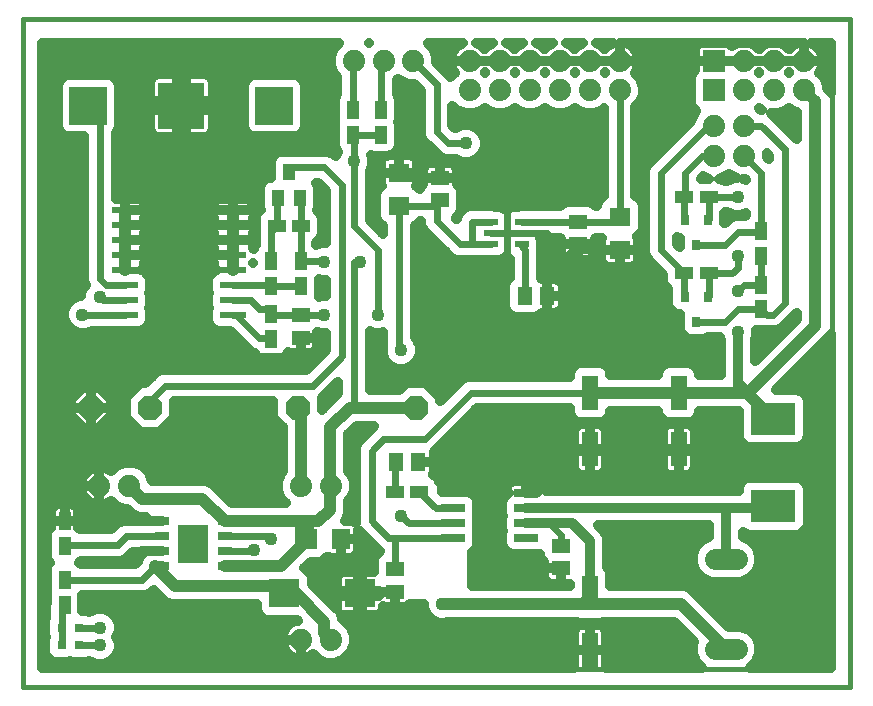
<source format=gtl>
G75*
G70*
%OFA0B0*%
%FSLAX24Y24*%
%IPPOS*%
%LPD*%
%AMOC8*
5,1,8,0,0,1.08239X$1,22.5*
%
%ADD10C,0.0160*%
%ADD11R,0.0591X0.0394*%
%ADD12R,0.0394X0.0591*%
%ADD13R,0.0315X0.0354*%
%ADD14R,0.0472X0.0217*%
%ADD15R,0.0591X0.0512*%
%ADD16R,0.0709X0.0630*%
%ADD17R,0.0512X0.0591*%
%ADD18OC8,0.0827*%
%ADD19R,0.0551X0.1181*%
%ADD20R,0.0740X0.0740*%
%ADD21C,0.0740*%
%ADD22R,0.1560X0.1560*%
%ADD23R,0.1250X0.1250*%
%ADD24R,0.0394X0.0551*%
%ADD25R,0.0500X0.0250*%
%ADD26R,0.1000X0.1250*%
%ADD27R,0.0315X0.0315*%
%ADD28R,0.0630X0.0709*%
%ADD29R,0.0866X0.0236*%
%ADD30R,0.0800X0.0260*%
%ADD31R,0.1496X0.1102*%
%ADD32C,0.0705*%
%ADD33R,0.1024X0.0945*%
%ADD34C,0.0240*%
%ADD35C,0.0400*%
%ADD36C,0.0436*%
%ADD37C,0.0320*%
%ADD38C,0.0157*%
%ADD39OC8,0.1266*%
D10*
X000887Y000585D02*
X000887Y022829D01*
X028446Y022829D01*
X028446Y000585D01*
X000887Y000585D01*
X001477Y001175D02*
X001674Y001175D01*
X001477Y001175D02*
X001477Y006096D01*
X002265Y006096D01*
X002265Y006117D01*
X001477Y006096D02*
X001477Y006884D01*
X002245Y006884D01*
X002245Y006982D01*
X013289Y002159D02*
X013289Y001175D01*
X015848Y001175D02*
X015848Y002159D01*
X019785Y001805D02*
X019785Y001175D01*
X026918Y021994D02*
X026918Y022041D01*
X027855Y022041D01*
D11*
X023742Y016923D03*
X022914Y016923D03*
X022914Y014364D03*
X023742Y014364D03*
X014097Y007081D03*
X013268Y007081D03*
X010160Y015939D03*
X009331Y015939D03*
D12*
X009155Y014778D03*
X009155Y013950D03*
X009155Y013007D03*
X009155Y012178D03*
X010139Y013950D03*
X010139Y014778D03*
X011871Y018989D03*
X012816Y018989D03*
X012816Y019818D03*
X011871Y019818D03*
X025493Y015763D03*
X025493Y014934D03*
X025493Y013991D03*
X025493Y013162D03*
X002265Y006117D03*
X002265Y005288D03*
X002265Y004149D03*
X002265Y003320D03*
D13*
X022954Y013577D03*
X023702Y013577D03*
X023328Y012750D03*
X023328Y015309D03*
X023702Y016136D03*
X022954Y016136D03*
D14*
X017501Y016077D03*
X017501Y015329D03*
X016477Y015329D03*
X016477Y015703D03*
X016477Y016077D03*
D15*
X014777Y016797D03*
X014777Y017545D03*
X019383Y016077D03*
X019383Y015329D03*
X010139Y012966D03*
X010139Y012218D03*
X018800Y005289D03*
X018800Y004541D03*
X013289Y004502D03*
X013289Y003754D03*
D16*
X020777Y015151D03*
X020777Y016254D03*
X013414Y016620D03*
X013414Y017722D03*
D17*
X017615Y013612D03*
X018363Y013612D03*
X014056Y008065D03*
X013308Y008065D03*
D18*
X013970Y009888D03*
X010033Y009888D03*
X005111Y009888D03*
X003143Y009888D03*
D19*
X019785Y010388D03*
X019785Y008498D03*
X022737Y008498D03*
X022737Y010388D03*
X019785Y003695D03*
X019785Y001805D03*
D20*
X023918Y020466D03*
X023918Y021451D03*
D21*
X024918Y021451D03*
X025918Y021451D03*
X026918Y021451D03*
X026918Y020466D03*
X025918Y020466D03*
X024918Y020466D03*
X024903Y019285D03*
X023918Y019285D03*
X023918Y018285D03*
X024903Y018285D03*
X020769Y020466D03*
X019769Y020466D03*
X018769Y020466D03*
X017769Y020466D03*
X016769Y020466D03*
X015769Y020466D03*
X015769Y021451D03*
X016769Y021451D03*
X017769Y021451D03*
X018769Y021451D03*
X019769Y021451D03*
X020769Y021451D03*
X013879Y021451D03*
X012911Y021451D03*
X011911Y021451D03*
X011139Y007277D03*
X010139Y007277D03*
X004430Y007277D03*
X003430Y007277D03*
X010139Y002159D03*
X011139Y002159D03*
D22*
X006163Y019955D03*
D23*
X009263Y019955D03*
X003063Y019955D03*
D24*
X009371Y016884D03*
X010119Y016884D03*
X009745Y017750D03*
D25*
X007606Y006098D03*
X007606Y005598D03*
X007606Y005098D03*
X007606Y004598D03*
X005506Y004598D03*
X005506Y005098D03*
X005506Y005598D03*
X005506Y006098D03*
D26*
X006556Y005348D03*
D27*
X002757Y002553D03*
X002166Y002553D03*
X002166Y001963D03*
X002757Y001963D03*
D28*
X010375Y005506D03*
X011477Y005506D03*
D29*
X007895Y012968D03*
X007895Y013468D03*
X007895Y013968D03*
X007895Y014468D03*
X007895Y014968D03*
X007895Y015468D03*
X007895Y015968D03*
X007895Y016468D03*
X004273Y016468D03*
X004273Y015968D03*
X004273Y015468D03*
X004273Y014968D03*
X004273Y014468D03*
X004273Y013968D03*
X004273Y013468D03*
X004273Y012968D03*
D30*
X015228Y007043D03*
X015228Y006543D03*
X015228Y006043D03*
X015228Y005543D03*
X017648Y005543D03*
X017648Y006043D03*
X017648Y006543D03*
X017648Y007043D03*
D31*
X025887Y006608D03*
X025887Y009522D03*
D32*
X024665Y004840D02*
X023960Y004840D01*
X023960Y001840D02*
X024665Y001840D01*
D33*
X012107Y003695D03*
X009588Y003695D03*
D34*
X008511Y005098D02*
X008564Y005151D01*
X008511Y005098D02*
X007606Y005098D01*
X007606Y005598D02*
X009062Y005598D01*
X009155Y005506D01*
X012501Y006096D02*
X013054Y005543D01*
X013289Y005543D01*
X013289Y004502D01*
X013289Y005543D02*
X015228Y005543D01*
X015228Y006043D02*
X013735Y006043D01*
X013485Y006293D01*
X013268Y007081D02*
X013268Y008025D01*
X013308Y008065D01*
X014056Y008065D02*
X014863Y008065D01*
X014863Y007671D01*
X014863Y008065D02*
X015257Y008459D01*
X016635Y008459D01*
X016438Y007081D02*
X015651Y007081D01*
X015228Y007043D02*
X015098Y007043D01*
X015060Y007081D01*
X015228Y006543D02*
X014634Y006543D01*
X014097Y007081D01*
X012501Y006096D02*
X012501Y008459D01*
X012895Y008852D01*
X014273Y008852D01*
X015808Y010388D01*
X019785Y010388D01*
X018210Y007671D02*
X018407Y007474D01*
X018407Y006043D02*
X018800Y005650D01*
X018800Y005289D01*
X018800Y004541D02*
X016438Y004541D01*
X016438Y007081D01*
X011911Y009888D02*
X011911Y014758D01*
X012107Y014758D01*
X012698Y015151D02*
X012698Y012986D01*
X013414Y011876D02*
X013485Y011805D01*
X013414Y011876D02*
X013414Y016620D01*
X014576Y016620D01*
X014753Y016797D01*
X014777Y016797D01*
X014576Y016620D02*
X014666Y016529D01*
X014666Y016116D01*
X015454Y015329D01*
X015848Y015329D01*
X015848Y016077D01*
X016477Y016077D01*
X017028Y016333D02*
X017026Y016387D01*
X017021Y016440D01*
X017012Y016493D01*
X016999Y016545D01*
X016983Y016597D01*
X016963Y016647D01*
X016940Y016695D01*
X016913Y016742D01*
X016884Y016787D01*
X016851Y016830D01*
X016816Y016870D01*
X016778Y016908D01*
X016738Y016943D01*
X016695Y016976D01*
X016650Y017005D01*
X016603Y017032D01*
X016555Y017055D01*
X016505Y017075D01*
X016453Y017091D01*
X016401Y017104D01*
X016348Y017113D01*
X016295Y017118D01*
X016241Y017120D01*
X017029Y017545D02*
X017029Y016333D01*
X017029Y015703D01*
X017029Y015151D01*
X017501Y015270D02*
X017619Y015151D01*
X017619Y013616D01*
X017615Y013612D01*
X018363Y013612D02*
X018363Y014309D01*
X018363Y015703D01*
X016477Y015703D01*
X017029Y015703D01*
X017501Y016077D02*
X019383Y016077D01*
X020600Y016077D01*
X020777Y016254D01*
X020777Y020459D01*
X020769Y020466D01*
X020769Y021451D02*
X020769Y022041D01*
X023722Y019285D02*
X022147Y017711D01*
X022147Y015131D01*
X022914Y014364D01*
X022914Y013617D01*
X022954Y013577D01*
X023702Y013577D02*
X023742Y013617D01*
X023742Y014364D01*
X024509Y014364D01*
X024706Y014561D01*
X024706Y014955D01*
X024273Y015309D02*
X024706Y015742D01*
X025473Y015742D01*
X025493Y015763D01*
X025493Y017695D01*
X024903Y018285D01*
X023918Y018285D02*
X023509Y018285D01*
X022934Y017711D01*
X022934Y016944D01*
X022914Y016923D01*
X022914Y016176D01*
X022954Y016136D01*
X023702Y016136D02*
X023742Y016176D01*
X023742Y016923D01*
X024706Y016923D01*
X024273Y015309D02*
X023328Y015309D01*
X024706Y013774D02*
X024923Y013991D01*
X025493Y013991D01*
X025493Y014934D01*
X026281Y013380D02*
X025887Y012986D01*
X025669Y012986D01*
X025493Y013162D01*
X025473Y013183D01*
X024706Y013183D01*
X024273Y012750D01*
X023328Y012750D01*
X024706Y010703D02*
X024824Y010703D01*
X025080Y010447D01*
X026281Y013380D02*
X026281Y018498D01*
X025493Y019285D01*
X024903Y019285D01*
X023918Y019285D02*
X023722Y019285D01*
X019560Y015151D02*
X019383Y015329D01*
X018363Y014309D01*
X017501Y015270D02*
X017501Y015329D01*
X016477Y015329D02*
X015848Y015329D01*
X016241Y014364D02*
X016295Y014366D01*
X016348Y014371D01*
X016401Y014380D01*
X016453Y014393D01*
X016505Y014409D01*
X016555Y014429D01*
X016603Y014452D01*
X016650Y014479D01*
X016695Y014508D01*
X016738Y014541D01*
X016778Y014576D01*
X016816Y014614D01*
X016851Y014654D01*
X016884Y014697D01*
X016913Y014742D01*
X016940Y014789D01*
X016963Y014837D01*
X016983Y014887D01*
X016999Y014939D01*
X017012Y014991D01*
X017021Y015044D01*
X017026Y015097D01*
X017028Y015151D01*
X015454Y015329D02*
X015434Y015329D01*
X012698Y015151D02*
X011911Y015939D01*
X011911Y018104D01*
X011911Y018950D01*
X011871Y018989D01*
X012816Y018989D01*
X012816Y019818D02*
X012816Y021451D01*
X012911Y021451D01*
X011911Y021451D02*
X011871Y021411D01*
X011871Y019818D01*
X013879Y021451D02*
X014666Y020663D01*
X014666Y019089D01*
X015060Y018695D01*
X015651Y018695D01*
X014777Y017545D02*
X017029Y017545D01*
X014777Y017545D02*
X013592Y017545D01*
X013414Y017722D01*
X011517Y017317D02*
X011517Y011608D01*
X010533Y010624D01*
X005611Y010624D01*
X005111Y010124D01*
X005111Y009888D01*
X006792Y011608D02*
X006202Y012199D01*
X006202Y014468D01*
X004273Y014468D01*
X004273Y013968D02*
X003645Y013968D01*
X003446Y014167D01*
X003446Y019571D01*
X003063Y019955D01*
X006163Y019955D02*
X006163Y016508D01*
X006202Y016468D01*
X007895Y016468D01*
X009155Y015763D02*
X009331Y015939D01*
X009331Y016843D01*
X009371Y016884D01*
X010119Y016884D02*
X010160Y016843D01*
X010160Y015939D01*
X010139Y015918D01*
X010139Y014778D01*
X010709Y014778D01*
X010926Y014758D01*
X010139Y013950D02*
X009155Y013950D01*
X009155Y013968D01*
X007895Y013968D01*
X007895Y013468D02*
X008476Y013468D01*
X008761Y013183D01*
X008978Y013183D01*
X009155Y013007D01*
X009195Y012966D01*
X010139Y012966D01*
X010355Y012966D01*
X010355Y012986D01*
X010926Y012986D01*
X010139Y012218D02*
X010139Y011805D01*
X009942Y011608D01*
X006792Y011608D01*
X007895Y012968D02*
X007991Y012968D01*
X008761Y012199D01*
X009134Y012199D01*
X009155Y012178D01*
X009155Y014778D02*
X009155Y015763D01*
X009745Y017750D02*
X009903Y017907D01*
X010926Y017907D01*
X011517Y017317D01*
X006202Y016468D02*
X004273Y016468D01*
X003446Y013577D02*
X003554Y013468D01*
X004273Y013468D01*
X004273Y012968D02*
X002873Y012968D01*
X002855Y012986D01*
X004326Y005598D02*
X004037Y005309D01*
X002286Y005309D01*
X002265Y005288D01*
X002265Y004149D02*
X004845Y004149D01*
X005294Y004598D01*
X005506Y005598D02*
X004326Y005598D01*
X002265Y003320D02*
X002166Y003221D01*
X002166Y002553D01*
X002166Y001963D01*
X002757Y001963D02*
X003446Y001963D01*
X003446Y002553D02*
X002757Y002553D01*
X019560Y015151D02*
X020777Y015151D01*
D35*
X019981Y010388D02*
X022737Y010388D01*
X024903Y010388D01*
X025021Y010388D01*
X025887Y009522D01*
X025119Y010447D02*
X025100Y010447D01*
X027265Y012612D01*
X027265Y020120D01*
X025100Y010447D02*
X025080Y010447D01*
X019785Y003695D02*
X019627Y003340D01*
X014863Y003340D01*
X011139Y002159D02*
X010926Y002372D01*
X010926Y002750D01*
X009981Y003695D01*
X009588Y003695D01*
X009155Y003931D01*
X005962Y003931D01*
X005294Y004598D01*
X007606Y004598D02*
X009468Y004598D01*
X010139Y005270D01*
X010139Y006096D01*
X010336Y006096D01*
X010375Y006057D01*
X010375Y005506D01*
X010336Y006096D02*
X010729Y006096D01*
X011123Y006490D01*
X011123Y006868D01*
X011123Y006900D02*
X011139Y007277D01*
X011123Y006900D02*
X011123Y009246D01*
X011765Y009888D01*
X011911Y009888D01*
X013970Y009888D01*
X010139Y009781D02*
X010139Y007277D01*
X010139Y006096D02*
X008170Y006096D01*
X007608Y006096D01*
X007606Y006098D01*
X006860Y006844D01*
X004863Y006844D01*
X004430Y007277D01*
X010033Y009888D02*
X010139Y009781D01*
X007895Y014468D02*
X007895Y014968D01*
X007895Y015468D01*
X007895Y015968D01*
X007895Y016468D01*
X004273Y016468D02*
X004273Y015968D01*
X004273Y015468D01*
X004273Y014968D01*
X004273Y014468D01*
X019785Y003340D02*
X022812Y003340D01*
X024312Y001840D01*
D36*
X023918Y007671D03*
X021359Y007671D03*
X018210Y007671D03*
X014863Y007671D03*
X013485Y006293D03*
X012304Y005309D03*
X014863Y003340D03*
X015848Y002159D03*
X012304Y002159D03*
X008564Y005151D03*
X009155Y005506D03*
X006399Y008852D03*
X002265Y007277D03*
X004627Y004915D03*
X003446Y002553D03*
X003446Y001963D03*
X013485Y011805D03*
X012698Y012986D03*
X010926Y012986D03*
X010926Y014758D03*
X012107Y014758D03*
X011911Y018104D03*
X013879Y018695D03*
X015651Y018695D03*
X016241Y017120D03*
X016241Y014364D03*
X024706Y013774D03*
X024706Y014955D03*
X024706Y016923D03*
X024706Y012396D03*
X022737Y021648D03*
X004233Y017317D03*
X003446Y013577D03*
X002855Y012986D03*
D37*
X002310Y012689D02*
X001527Y012689D01*
X001527Y013008D02*
X002238Y013008D01*
X002238Y013109D02*
X002238Y012863D01*
X002332Y012636D01*
X002505Y012462D01*
X002733Y012368D01*
X002978Y012368D01*
X003172Y012448D01*
X004376Y012448D01*
X004381Y012450D01*
X004785Y012450D01*
X004932Y012511D01*
X005045Y012624D01*
X005106Y012771D01*
X005106Y013166D01*
X005084Y013218D01*
X005106Y013271D01*
X005106Y013666D01*
X005084Y013718D01*
X005106Y013771D01*
X005106Y014166D01*
X005045Y014313D01*
X004966Y014392D01*
X004966Y014468D01*
X004830Y014468D01*
X004829Y014469D01*
X004966Y014469D01*
X004966Y014612D01*
X004956Y014662D01*
X004936Y014710D01*
X004930Y014718D01*
X004936Y014727D01*
X004956Y014774D01*
X004966Y014825D01*
X004966Y014968D01*
X004273Y014968D01*
X004273Y014846D01*
X004273Y014488D01*
X004273Y014488D01*
X004273Y014590D01*
X004273Y014968D01*
X004273Y014968D01*
X004273Y014969D01*
X004273Y014969D01*
X004273Y015090D01*
X004273Y015468D01*
X004273Y015468D01*
X004273Y015469D01*
X004273Y015469D01*
X004273Y015846D01*
X004273Y015968D01*
X004273Y015968D01*
X004273Y015969D01*
X004273Y015969D01*
X004273Y016090D01*
X004273Y016468D01*
X004273Y016468D01*
X004273Y016469D01*
X004273Y016469D01*
X004273Y016846D01*
X004731Y016846D01*
X004782Y016836D01*
X004829Y016817D01*
X004872Y016788D01*
X004908Y016752D01*
X004936Y016710D01*
X004956Y016662D01*
X004966Y016612D01*
X004966Y016469D01*
X004273Y016469D01*
X004273Y016846D01*
X003966Y016846D01*
X003966Y019042D01*
X004027Y019103D01*
X004087Y019250D01*
X004087Y020659D01*
X004027Y020806D01*
X003914Y020919D01*
X003767Y020980D01*
X002358Y020980D01*
X002211Y020919D01*
X002098Y020806D01*
X002038Y020659D01*
X002038Y019250D01*
X002098Y019103D01*
X002211Y018991D01*
X002358Y018930D01*
X002926Y018930D01*
X002926Y014064D01*
X002965Y013969D01*
X002922Y013927D01*
X002828Y013700D01*
X002828Y013604D01*
X002733Y013604D01*
X002505Y013510D01*
X002332Y013336D01*
X002238Y013109D01*
X002328Y013326D02*
X001527Y013326D01*
X001527Y013645D02*
X002828Y013645D01*
X002959Y013963D02*
X001527Y013963D01*
X001527Y014282D02*
X002926Y014282D01*
X002926Y014600D02*
X001527Y014600D01*
X001527Y014919D02*
X002926Y014919D01*
X002926Y015238D02*
X001527Y015238D01*
X001527Y015556D02*
X002926Y015556D01*
X002926Y015875D02*
X001527Y015875D01*
X001527Y016193D02*
X002926Y016193D01*
X002926Y016512D02*
X001527Y016512D01*
X001527Y016830D02*
X002926Y016830D01*
X002926Y017149D02*
X001527Y017149D01*
X001527Y017467D02*
X002926Y017467D01*
X002926Y017786D02*
X001527Y017786D01*
X001527Y018104D02*
X002926Y018104D01*
X002926Y018423D02*
X001527Y018423D01*
X001527Y018742D02*
X002926Y018742D01*
X002141Y019060D02*
X001527Y019060D01*
X001527Y019379D02*
X002038Y019379D01*
X002038Y019697D02*
X001527Y019697D01*
X001527Y020016D02*
X002038Y020016D01*
X002038Y020334D02*
X001527Y020334D01*
X001527Y020653D02*
X002038Y020653D01*
X002338Y020971D02*
X001527Y020971D01*
X001527Y021290D02*
X011144Y021290D01*
X011141Y021298D02*
X011258Y021015D01*
X011351Y020921D01*
X011351Y020356D01*
X011335Y020340D01*
X011274Y020193D01*
X011274Y019443D01*
X011291Y019403D01*
X011274Y019364D01*
X011274Y018614D01*
X011335Y018467D01*
X011376Y018427D01*
X011307Y018262D01*
X011221Y018348D01*
X011030Y018427D01*
X010823Y018427D01*
X010006Y018427D01*
X009799Y018427D01*
X009795Y018425D01*
X009469Y018425D01*
X009322Y018365D01*
X009209Y018252D01*
X009148Y018105D01*
X009148Y017559D01*
X009095Y017559D01*
X008948Y017498D01*
X008835Y017386D01*
X008774Y017239D01*
X008774Y016529D01*
X008800Y016466D01*
X008696Y016362D01*
X008636Y016215D01*
X008636Y015868D01*
X008635Y015866D01*
X008635Y015659D01*
X008635Y015316D01*
X008619Y015300D01*
X008570Y015182D01*
X008558Y015210D01*
X008552Y015218D01*
X008558Y015227D01*
X008578Y015274D01*
X008588Y015325D01*
X008588Y015468D01*
X007895Y015468D01*
X007895Y015346D01*
X007895Y014969D01*
X007895Y014969D01*
X007895Y015346D01*
X007895Y015468D01*
X007895Y015468D01*
X007895Y015469D01*
X007895Y015469D01*
X007895Y015590D01*
X007895Y015968D01*
X007895Y015968D01*
X007895Y015969D01*
X007895Y015969D01*
X007895Y016090D01*
X007895Y016468D01*
X007895Y016468D01*
X007895Y016469D01*
X007895Y016469D01*
X007895Y016846D01*
X008353Y016846D01*
X008404Y016836D01*
X008451Y016817D01*
X008494Y016788D01*
X008530Y016752D01*
X008558Y016710D01*
X008578Y016662D01*
X008588Y016612D01*
X008588Y016469D01*
X007895Y016469D01*
X007895Y016846D01*
X007436Y016846D01*
X007386Y016836D01*
X007339Y016817D01*
X007296Y016788D01*
X007260Y016752D01*
X007231Y016710D01*
X007212Y016662D01*
X007202Y016612D01*
X007202Y016469D01*
X007894Y016469D01*
X007894Y016468D01*
X007202Y016468D01*
X007202Y016325D01*
X007212Y016274D01*
X007231Y016227D01*
X007237Y016218D01*
X007231Y016210D01*
X007212Y016162D01*
X007202Y016112D01*
X007202Y015969D01*
X007894Y015969D01*
X007894Y015968D01*
X007202Y015968D01*
X007202Y015825D01*
X007212Y015774D01*
X007231Y015727D01*
X007237Y015718D01*
X007231Y015710D01*
X007212Y015662D01*
X007202Y015612D01*
X007202Y015469D01*
X007894Y015469D01*
X007894Y015468D01*
X007202Y015468D01*
X007202Y015325D01*
X007212Y015274D01*
X007231Y015227D01*
X007237Y015218D01*
X007231Y015210D01*
X007212Y015162D01*
X007202Y015112D01*
X007202Y014969D01*
X007894Y014969D01*
X007894Y014968D01*
X007202Y014968D01*
X007202Y014825D01*
X007212Y014774D01*
X007231Y014727D01*
X007237Y014718D01*
X007231Y014710D01*
X007212Y014662D01*
X007202Y014612D01*
X007202Y014469D01*
X007339Y014469D01*
X007338Y014468D01*
X007202Y014468D01*
X007202Y014392D01*
X007123Y014313D01*
X007062Y014166D01*
X007062Y013771D01*
X007083Y013718D01*
X007062Y013666D01*
X007062Y013271D01*
X007083Y013218D01*
X007062Y013166D01*
X007062Y012771D01*
X007123Y012624D01*
X007235Y012511D01*
X007382Y012450D01*
X007774Y012450D01*
X008320Y011904D01*
X008466Y011758D01*
X008599Y011703D01*
X008619Y011656D01*
X008731Y011544D01*
X008878Y011483D01*
X009431Y011483D01*
X009578Y011544D01*
X009691Y011656D01*
X009722Y011732D01*
X009768Y011713D01*
X009818Y011703D01*
X010139Y011703D01*
X010460Y011703D01*
X010510Y011713D01*
X010557Y011732D01*
X010600Y011761D01*
X010636Y011797D01*
X010665Y011839D01*
X010684Y011887D01*
X010694Y011937D01*
X010694Y012218D01*
X010139Y012218D01*
X010139Y011703D01*
X010139Y012218D01*
X010139Y012218D01*
X010139Y012219D01*
X010694Y012219D01*
X010694Y012405D01*
X010700Y012411D01*
X010803Y012368D01*
X010997Y012368D01*
X010997Y011824D01*
X010317Y011144D01*
X005508Y011144D01*
X005317Y011065D01*
X005171Y010918D01*
X004953Y010701D01*
X004774Y010701D01*
X004298Y010225D01*
X004298Y009551D01*
X004774Y009074D01*
X005448Y009074D01*
X005925Y009551D01*
X005925Y010104D01*
X009219Y010104D01*
X009219Y009551D01*
X009539Y009231D01*
X009539Y007766D01*
X009486Y007714D01*
X009369Y007431D01*
X009369Y007124D01*
X009486Y006841D01*
X009631Y006696D01*
X008051Y006696D01*
X007857Y006696D01*
X007200Y007353D01*
X006979Y007444D01*
X006741Y007444D01*
X005194Y007444D01*
X005083Y007714D01*
X004866Y007930D01*
X004583Y008047D01*
X004277Y008047D01*
X003994Y007930D01*
X003830Y007766D01*
X003760Y007816D01*
X003672Y007861D01*
X003578Y007892D01*
X003480Y007907D01*
X003430Y007907D01*
X003381Y007907D01*
X003283Y007892D01*
X003188Y007861D01*
X003100Y007816D01*
X003020Y007758D01*
X002950Y007688D01*
X002891Y007608D01*
X002846Y007519D01*
X002816Y007425D01*
X002800Y007327D01*
X002800Y007278D01*
X003430Y007278D01*
X003430Y007907D01*
X003430Y007278D01*
X003430Y007278D01*
X003430Y007277D01*
X003430Y007277D01*
X003430Y006647D01*
X003381Y006647D01*
X003283Y006663D01*
X003188Y006694D01*
X003100Y006739D01*
X003020Y006797D01*
X002950Y006867D01*
X002891Y006947D01*
X002846Y007036D01*
X002816Y007130D01*
X002800Y007228D01*
X002800Y007277D01*
X003430Y007277D01*
X003430Y006647D01*
X003480Y006647D01*
X003578Y006663D01*
X003672Y006694D01*
X003760Y006739D01*
X003830Y006789D01*
X003994Y006625D01*
X004277Y006507D01*
X004352Y006507D01*
X004355Y006505D01*
X004523Y006336D01*
X004744Y006244D01*
X004996Y006244D01*
X004996Y006118D01*
X004429Y006118D01*
X004222Y006118D01*
X004031Y006039D01*
X003821Y005829D01*
X002782Y005829D01*
X002722Y005889D01*
X002722Y006117D01*
X002722Y006438D01*
X002712Y006488D01*
X002692Y006535D01*
X002664Y006578D01*
X002627Y006614D01*
X002585Y006643D01*
X002538Y006662D01*
X002487Y006672D01*
X002265Y006672D01*
X002265Y006117D01*
X005488Y006117D01*
X005506Y006098D01*
X004565Y006318D02*
X002722Y006318D01*
X002722Y006117D02*
X002265Y006117D01*
X002265Y006117D01*
X002722Y006117D01*
X002722Y006000D02*
X003992Y006000D01*
X003982Y006637D02*
X002594Y006637D01*
X002265Y006637D02*
X002265Y006637D01*
X002265Y006672D02*
X002042Y006672D01*
X001992Y006662D01*
X001945Y006643D01*
X001902Y006614D01*
X001866Y006578D01*
X001838Y006535D01*
X001818Y006488D01*
X001808Y006438D01*
X001808Y006117D01*
X001808Y005889D01*
X001729Y005810D01*
X001668Y005663D01*
X001668Y004913D01*
X001729Y004766D01*
X001777Y004718D01*
X001729Y004670D01*
X001668Y004523D01*
X001668Y003774D01*
X001684Y003734D01*
X001668Y003695D01*
X001668Y003377D01*
X001646Y003325D01*
X001646Y002881D01*
X001609Y002790D01*
X001609Y002316D01*
X001633Y002258D01*
X001609Y002200D01*
X001609Y001725D01*
X001670Y001578D01*
X001782Y001466D01*
X001929Y001405D01*
X002404Y001405D01*
X002462Y001429D01*
X002520Y001405D01*
X002994Y001405D01*
X003085Y001443D01*
X003092Y001443D01*
X003096Y001439D01*
X003323Y001345D01*
X003569Y001345D01*
X003796Y001439D01*
X003970Y001613D01*
X004064Y001840D01*
X004064Y002085D01*
X003992Y002258D01*
X004064Y002430D01*
X004064Y002676D01*
X003970Y002903D01*
X003796Y003077D01*
X003569Y003171D01*
X003323Y003171D01*
X003096Y003077D01*
X003092Y003073D01*
X003084Y003073D01*
X002994Y003111D01*
X002862Y003111D01*
X002862Y003629D01*
X004741Y003629D01*
X004948Y003629D01*
X005139Y003708D01*
X005238Y003806D01*
X005622Y003422D01*
X005842Y003331D01*
X006081Y003331D01*
X008676Y003331D01*
X008676Y003143D01*
X008737Y002996D01*
X008849Y002883D01*
X008996Y002822D01*
X010005Y002822D01*
X010045Y002782D01*
X009991Y002774D01*
X009897Y002743D01*
X009809Y002698D01*
X009728Y002640D01*
X009658Y002570D01*
X009600Y002490D01*
X009555Y002401D01*
X009524Y002307D01*
X009509Y002209D01*
X009509Y002160D01*
X010138Y002160D01*
X010138Y002159D01*
X009509Y002159D01*
X009509Y002110D01*
X009524Y002012D01*
X009555Y001918D01*
X009600Y001829D01*
X009658Y001749D01*
X009728Y001679D01*
X009809Y001621D01*
X009897Y001576D01*
X009991Y001545D01*
X010089Y001529D01*
X010139Y001529D01*
X010188Y001529D01*
X010286Y001545D01*
X010381Y001576D01*
X010469Y001621D01*
X010538Y001671D01*
X010703Y001507D01*
X010986Y001389D01*
X011292Y001389D01*
X011575Y001507D01*
X011792Y001723D01*
X011909Y002006D01*
X011909Y002313D01*
X011792Y002596D01*
X011575Y002812D01*
X011526Y002832D01*
X011526Y002869D01*
X011476Y002990D01*
X011520Y002972D01*
X011570Y002962D01*
X012031Y002962D01*
X012031Y003618D01*
X012184Y003618D01*
X012184Y002962D01*
X012645Y002962D01*
X012695Y002972D01*
X012742Y002992D01*
X012785Y003020D01*
X012821Y003057D01*
X012850Y003099D01*
X012869Y003146D01*
X012879Y003197D01*
X012879Y003264D01*
X012917Y003248D01*
X012968Y003238D01*
X013288Y003238D01*
X013288Y003640D01*
X013289Y003639D01*
X013289Y003238D01*
X013609Y003238D01*
X013660Y003248D01*
X013707Y003268D01*
X013749Y003296D01*
X013786Y003332D01*
X013787Y003334D01*
X014246Y003334D01*
X014246Y003218D01*
X014340Y002991D01*
X014513Y002817D01*
X014740Y002723D01*
X014986Y002723D01*
X015029Y002740D01*
X019342Y002740D01*
X019429Y002704D01*
X020140Y002704D01*
X020227Y002740D01*
X022564Y002740D01*
X023238Y002066D01*
X023207Y001990D01*
X023207Y001691D01*
X023322Y001414D01*
X023511Y001225D01*
X020320Y001225D01*
X020320Y001805D01*
X020320Y002421D01*
X020310Y002471D01*
X020291Y002519D01*
X020262Y002561D01*
X020226Y002598D01*
X020183Y002626D01*
X020136Y002646D01*
X020086Y002656D01*
X019785Y002656D01*
X019785Y001805D01*
X020320Y001805D01*
X019785Y001805D01*
X019785Y001805D01*
X019784Y001805D01*
X019249Y001805D01*
X019249Y001225D01*
X001527Y001225D01*
X001527Y022041D01*
X011412Y022041D01*
X011258Y021887D01*
X011141Y021604D01*
X011141Y021298D01*
X011142Y021608D02*
X001527Y021608D01*
X001527Y021927D02*
X011298Y021927D01*
X011301Y020971D02*
X009987Y020971D01*
X009967Y020980D02*
X008558Y020980D01*
X008411Y020919D01*
X008298Y020806D01*
X008238Y020659D01*
X008238Y019250D01*
X008298Y019103D01*
X008411Y018991D01*
X008558Y018930D01*
X009967Y018930D01*
X010114Y018991D01*
X010227Y019103D01*
X010287Y019250D01*
X010287Y020659D01*
X010227Y020806D01*
X010114Y020919D01*
X009967Y020980D01*
X010287Y020653D02*
X011351Y020653D01*
X011333Y020334D02*
X010287Y020334D01*
X010287Y020016D02*
X011274Y020016D01*
X011274Y019697D02*
X010287Y019697D01*
X010287Y019379D02*
X011280Y019379D01*
X011274Y019060D02*
X010184Y019060D01*
X009463Y018423D02*
X003966Y018423D01*
X003966Y018742D02*
X011274Y018742D01*
X011374Y018423D02*
X011040Y018423D01*
X010711Y017387D02*
X010997Y017101D01*
X010997Y015376D01*
X010803Y015376D01*
X010659Y015316D01*
X010659Y015316D01*
X010659Y015394D01*
X010681Y015403D01*
X010794Y015515D01*
X010855Y015662D01*
X010855Y016215D01*
X010794Y016362D01*
X010690Y016466D01*
X010716Y016529D01*
X010716Y017239D01*
X010655Y017386D01*
X010654Y017387D01*
X010711Y017387D01*
X010716Y017149D02*
X010949Y017149D01*
X010997Y016830D02*
X010716Y016830D01*
X010709Y016512D02*
X010997Y016512D01*
X010997Y016193D02*
X010855Y016193D01*
X010855Y015875D02*
X010997Y015875D01*
X010997Y015556D02*
X010811Y015556D01*
X010736Y014168D02*
X010803Y014140D01*
X010997Y014140D01*
X010997Y013604D01*
X010803Y013604D01*
X010736Y013576D01*
X010736Y014168D01*
X010736Y013963D02*
X010997Y013963D01*
X010997Y013645D02*
X010736Y013645D01*
X010694Y012371D02*
X010798Y012371D01*
X010694Y012052D02*
X010997Y012052D01*
X010907Y011734D02*
X010560Y011734D01*
X010139Y011734D02*
X010139Y011734D01*
X010139Y012052D02*
X010139Y012052D01*
X010588Y011415D02*
X001527Y011415D01*
X001527Y011096D02*
X005393Y011096D01*
X005030Y010778D02*
X001527Y010778D01*
X001527Y010459D02*
X002762Y010459D01*
X002864Y010561D02*
X002469Y010167D01*
X002469Y009888D01*
X003142Y009888D01*
X003142Y009887D01*
X002469Y009887D01*
X002469Y009609D01*
X002864Y009214D01*
X003143Y009214D01*
X003422Y009214D01*
X003816Y009609D01*
X003816Y009887D01*
X003143Y009887D01*
X003143Y009214D01*
X003143Y009887D01*
X003143Y009887D01*
X003143Y009888D01*
X003143Y009888D01*
X003143Y010561D01*
X003422Y010561D01*
X003816Y010167D01*
X003816Y009888D01*
X003143Y009888D01*
X003143Y010561D01*
X002864Y010561D01*
X003143Y010459D02*
X003143Y010459D01*
X003143Y010141D02*
X003143Y010141D01*
X003143Y009822D02*
X003143Y009822D01*
X003143Y009504D02*
X003143Y009504D01*
X003711Y009504D02*
X004345Y009504D01*
X004298Y009822D02*
X003816Y009822D01*
X003816Y010141D02*
X004298Y010141D01*
X004533Y010459D02*
X003523Y010459D01*
X002469Y010141D02*
X001527Y010141D01*
X001527Y009822D02*
X002469Y009822D01*
X002574Y009504D02*
X001527Y009504D01*
X001527Y009185D02*
X004664Y009185D01*
X005559Y009185D02*
X009539Y009185D01*
X009539Y008867D02*
X001527Y008867D01*
X001527Y008548D02*
X009539Y008548D01*
X009539Y008230D02*
X001527Y008230D01*
X001527Y007911D02*
X003975Y007911D01*
X003430Y007593D02*
X003430Y007593D01*
X002884Y007593D02*
X001527Y007593D01*
X001527Y007274D02*
X002800Y007274D01*
X002887Y006955D02*
X001527Y006955D01*
X001527Y006637D02*
X001936Y006637D01*
X002265Y006672D02*
X002265Y006117D01*
X002265Y005984D01*
X002265Y005984D01*
X002265Y006117D01*
X002265Y006117D01*
X002265Y006117D01*
X002264Y006117D02*
X001808Y006117D01*
X002264Y006117D01*
X002264Y006117D01*
X002265Y006000D02*
X002265Y006000D01*
X002265Y006318D02*
X002265Y006318D01*
X001808Y006318D02*
X001527Y006318D01*
X001527Y006000D02*
X001808Y006000D01*
X001676Y005681D02*
X001527Y005681D01*
X001527Y005363D02*
X001668Y005363D01*
X001668Y005044D02*
X001527Y005044D01*
X001527Y004726D02*
X001770Y004726D01*
X001668Y004407D02*
X001527Y004407D01*
X001527Y004089D02*
X001668Y004089D01*
X001670Y003770D02*
X001527Y003770D01*
X001527Y003451D02*
X001668Y003451D01*
X001646Y003133D02*
X001527Y003133D01*
X001527Y002814D02*
X001619Y002814D01*
X001609Y002496D02*
X001527Y002496D01*
X001527Y002177D02*
X001609Y002177D01*
X001609Y001859D02*
X001527Y001859D01*
X001527Y001540D02*
X001708Y001540D01*
X002862Y003133D02*
X003232Y003133D01*
X003660Y003133D02*
X008680Y003133D01*
X009605Y002496D02*
X004064Y002496D01*
X004026Y002177D02*
X009509Y002177D01*
X009585Y001859D02*
X004064Y001859D01*
X003897Y001540D02*
X010021Y001540D01*
X010139Y001540D02*
X010139Y001540D01*
X010139Y001529D02*
X010139Y002159D01*
X010139Y002159D01*
X010139Y001529D01*
X010257Y001540D02*
X010669Y001540D01*
X010139Y001859D02*
X010139Y001859D01*
X010013Y002814D02*
X004006Y002814D01*
X002862Y003451D02*
X005593Y003451D01*
X005274Y003770D02*
X005201Y003770D01*
X005294Y004598D02*
X005506Y004598D01*
X005506Y005098D02*
X004838Y005098D01*
X004627Y004915D01*
X004786Y004938D02*
X004706Y004745D01*
X004629Y004669D01*
X002802Y004669D01*
X002801Y004670D01*
X002753Y004718D01*
X002801Y004766D01*
X002810Y004789D01*
X004140Y004789D01*
X004331Y004868D01*
X004477Y005014D01*
X004541Y005078D01*
X004926Y005078D01*
X004786Y004938D01*
X004892Y005044D02*
X004507Y005044D01*
X004686Y004726D02*
X002760Y004726D01*
X003430Y006955D02*
X003430Y006955D01*
X003430Y007274D02*
X003430Y007274D01*
X004886Y007911D02*
X009539Y007911D01*
X009436Y007593D02*
X005133Y007593D01*
X005878Y009504D02*
X009266Y009504D01*
X009219Y009822D02*
X005925Y009822D01*
X008525Y011734D02*
X001527Y011734D01*
X001527Y012052D02*
X008172Y012052D01*
X007854Y012371D02*
X002984Y012371D01*
X002727Y012371D02*
X001527Y012371D01*
X004273Y014600D02*
X004273Y014600D01*
X004273Y014919D02*
X004273Y014919D01*
X004273Y014969D02*
X004966Y014969D01*
X004966Y015112D01*
X004956Y015162D01*
X004936Y015210D01*
X004930Y015218D01*
X004936Y015227D01*
X004956Y015274D01*
X004966Y015325D01*
X004966Y015468D01*
X004273Y015468D01*
X004273Y015090D01*
X004273Y014969D01*
X004273Y015238D02*
X004273Y015238D01*
X004273Y015469D02*
X004966Y015469D01*
X004966Y015612D01*
X004956Y015662D01*
X004936Y015710D01*
X004930Y015718D01*
X004936Y015727D01*
X004956Y015774D01*
X004966Y015825D01*
X004966Y015968D01*
X004273Y015968D01*
X004273Y015846D01*
X004273Y015469D01*
X004273Y015556D02*
X004273Y015556D01*
X004273Y015875D02*
X004273Y015875D01*
X004273Y015969D02*
X004966Y015969D01*
X004966Y016112D01*
X004956Y016162D01*
X004936Y016210D01*
X004930Y016218D01*
X004936Y016227D01*
X004956Y016274D01*
X004966Y016325D01*
X004966Y016468D01*
X004273Y016468D01*
X004273Y016090D01*
X004273Y015969D01*
X004273Y016193D02*
X004273Y016193D01*
X004273Y016512D02*
X004273Y016512D01*
X004273Y016830D02*
X004273Y016830D01*
X003966Y017149D02*
X008774Y017149D01*
X008774Y016830D02*
X008419Y016830D01*
X008588Y016512D02*
X008781Y016512D01*
X008588Y016468D02*
X008588Y016325D01*
X008578Y016274D01*
X008558Y016227D01*
X008552Y016218D01*
X008558Y016210D01*
X008578Y016162D01*
X008588Y016112D01*
X008588Y015969D01*
X007895Y015969D01*
X007895Y016090D01*
X007895Y016468D01*
X008588Y016468D01*
X008565Y016193D02*
X008636Y016193D01*
X008588Y015968D02*
X007895Y015968D01*
X007895Y015846D01*
X007895Y015469D01*
X008588Y015469D01*
X008588Y015612D01*
X008578Y015662D01*
X008558Y015710D01*
X008552Y015718D01*
X008558Y015727D01*
X008578Y015774D01*
X008588Y015825D01*
X008588Y015968D01*
X008588Y015875D02*
X008636Y015875D01*
X008635Y015556D02*
X008588Y015556D01*
X008563Y015238D02*
X008593Y015238D01*
X008558Y014726D02*
X008558Y014710D01*
X008552Y014718D01*
X008558Y014726D01*
X007895Y014600D02*
X007895Y014600D01*
X007895Y014590D02*
X007895Y014968D01*
X007895Y014968D01*
X007895Y014590D01*
X007895Y014488D01*
X007895Y014488D01*
X007895Y014590D01*
X007895Y014919D02*
X007895Y014919D01*
X007895Y015238D02*
X007895Y015238D01*
X007895Y015556D02*
X007895Y015556D01*
X007895Y015875D02*
X007895Y015875D01*
X007895Y016193D02*
X007895Y016193D01*
X007895Y016512D02*
X007895Y016512D01*
X007895Y016830D02*
X007895Y016830D01*
X007371Y016830D02*
X004797Y016830D01*
X004966Y016512D02*
X007202Y016512D01*
X007224Y016193D02*
X004943Y016193D01*
X004966Y015875D02*
X007202Y015875D01*
X007202Y015556D02*
X004966Y015556D01*
X004941Y015238D02*
X007227Y015238D01*
X007202Y014919D02*
X004966Y014919D01*
X004966Y014600D02*
X007202Y014600D01*
X007110Y014282D02*
X005058Y014282D01*
X005106Y013963D02*
X007062Y013963D01*
X007062Y013645D02*
X005106Y013645D01*
X005106Y013326D02*
X007062Y013326D01*
X007062Y013008D02*
X005106Y013008D01*
X005072Y012689D02*
X007095Y012689D01*
X010846Y010202D02*
X010846Y009817D01*
X011391Y010362D01*
X011391Y010747D01*
X010973Y010329D01*
X010973Y010329D01*
X010846Y010202D01*
X010846Y010141D02*
X011170Y010141D01*
X011103Y010459D02*
X011391Y010459D01*
X010851Y009822D02*
X010846Y009822D01*
X011723Y008997D02*
X012013Y009288D01*
X012595Y009288D01*
X012060Y008753D01*
X011981Y008562D01*
X011981Y008355D01*
X011981Y006200D01*
X011981Y006039D01*
X011958Y006062D01*
X011916Y006091D01*
X011868Y006110D01*
X011818Y006120D01*
X011602Y006120D01*
X011632Y006150D01*
X011723Y006371D01*
X011723Y006609D01*
X011723Y006773D01*
X011792Y006841D01*
X011909Y007124D01*
X011909Y007431D01*
X011792Y007714D01*
X011723Y007782D01*
X011723Y008997D01*
X011723Y008867D02*
X012174Y008867D01*
X011981Y008548D02*
X011723Y008548D01*
X011723Y008230D02*
X011981Y008230D01*
X011981Y007911D02*
X011723Y007911D01*
X011842Y007593D02*
X011981Y007593D01*
X011981Y007274D02*
X011909Y007274D01*
X011839Y006955D02*
X011981Y006955D01*
X011981Y006637D02*
X011723Y006637D01*
X011701Y006318D02*
X011981Y006318D01*
X012052Y005821D02*
X012060Y005802D01*
X012613Y005249D01*
X012613Y005249D01*
X012760Y005102D01*
X012769Y005099D01*
X012769Y005098D01*
X012767Y005097D01*
X012654Y004984D01*
X012593Y004837D01*
X012593Y004427D01*
X012184Y004427D01*
X012184Y003771D01*
X012733Y003771D01*
X012733Y003754D01*
X013282Y003754D01*
X013282Y003754D01*
X012733Y003754D01*
X012733Y003619D01*
X012184Y003619D01*
X012184Y003771D01*
X012031Y003771D01*
X012031Y003619D01*
X011336Y003619D01*
X011336Y003197D01*
X011338Y003187D01*
X011266Y003259D01*
X010499Y004025D01*
X010499Y004247D01*
X010439Y004394D01*
X010326Y004506D01*
X010254Y004536D01*
X010469Y004751D01*
X010770Y004751D01*
X010917Y004812D01*
X011029Y004925D01*
X011030Y004927D01*
X011039Y004921D01*
X011087Y004901D01*
X011137Y004891D01*
X011477Y004891D01*
X011477Y005505D01*
X011478Y005505D01*
X011478Y004891D01*
X011818Y004891D01*
X011868Y004901D01*
X011916Y004921D01*
X011958Y004950D01*
X011994Y004986D01*
X012023Y005028D01*
X012042Y005076D01*
X012052Y005126D01*
X012052Y005506D01*
X012052Y005821D01*
X012052Y005681D02*
X012181Y005681D01*
X012052Y005506D02*
X011478Y005506D01*
X011478Y005506D01*
X012052Y005506D01*
X012052Y005363D02*
X012499Y005363D01*
X012714Y005044D02*
X012029Y005044D01*
X011478Y005044D02*
X011477Y005044D01*
X011477Y005363D02*
X011478Y005363D01*
X010443Y004726D02*
X012593Y004726D01*
X012184Y004407D02*
X012031Y004407D01*
X012031Y004427D02*
X011570Y004427D01*
X011520Y004417D01*
X011472Y004398D01*
X011430Y004369D01*
X011394Y004333D01*
X011365Y004290D01*
X011346Y004243D01*
X011336Y004193D01*
X011336Y003771D01*
X012031Y003771D01*
X012031Y004427D01*
X012031Y004089D02*
X012184Y004089D01*
X012184Y003770D02*
X012733Y003770D01*
X013289Y003754D02*
X013289Y002159D01*
X012304Y002159D01*
X011909Y002177D02*
X019249Y002177D01*
X019249Y002421D02*
X019249Y001805D01*
X019784Y001805D01*
X019784Y001805D01*
X019784Y002656D01*
X019483Y002656D01*
X019433Y002646D01*
X019386Y002626D01*
X019343Y002598D01*
X019307Y002561D01*
X019279Y002519D01*
X019259Y002471D01*
X019249Y002421D01*
X019269Y002496D02*
X011833Y002496D01*
X011570Y002814D02*
X014519Y002814D01*
X014281Y003133D02*
X012864Y003133D01*
X013288Y003451D02*
X013289Y003451D01*
X012184Y003451D02*
X012031Y003451D01*
X012031Y003133D02*
X012184Y003133D01*
X012031Y003770D02*
X010755Y003770D01*
X010499Y004089D02*
X011336Y004089D01*
X011495Y004407D02*
X010425Y004407D01*
X011073Y003451D02*
X011336Y003451D01*
X011266Y003259D02*
X011266Y003259D01*
X011848Y001859D02*
X019249Y001859D01*
X019249Y001540D02*
X011609Y001540D01*
X015854Y003940D02*
X015854Y005074D01*
X015855Y005074D01*
X015967Y005187D01*
X016028Y005334D01*
X016028Y005753D01*
X016011Y005793D01*
X016028Y005834D01*
X016028Y006253D01*
X016011Y006293D01*
X016028Y006334D01*
X016028Y006753D01*
X015967Y006900D01*
X015888Y006979D01*
X015888Y007043D01*
X015781Y007043D01*
X015780Y007043D01*
X015888Y007043D01*
X015888Y007199D01*
X015878Y007249D01*
X015859Y007296D01*
X015830Y007339D01*
X015794Y007375D01*
X015751Y007404D01*
X015704Y007423D01*
X015654Y007433D01*
X015228Y007433D01*
X014802Y007433D01*
X014763Y007425D01*
X014731Y007504D01*
X014618Y007617D01*
X014543Y007648D01*
X014562Y007694D01*
X014572Y007744D01*
X014572Y008065D01*
X014572Y008386D01*
X014567Y008411D01*
X014567Y008411D01*
X014714Y008558D01*
X016024Y009868D01*
X019109Y009868D01*
X019109Y009718D01*
X019170Y009571D01*
X019282Y009458D01*
X019429Y009397D01*
X020140Y009397D01*
X020287Y009458D01*
X020399Y009571D01*
X020460Y009718D01*
X020460Y009788D01*
X022062Y009788D01*
X022062Y009718D01*
X022123Y009571D01*
X022235Y009458D01*
X022382Y009397D01*
X023092Y009397D01*
X023239Y009458D01*
X023352Y009571D01*
X023413Y009718D01*
X023413Y009788D01*
X024739Y009788D01*
X024739Y008891D01*
X024800Y008744D01*
X024912Y008631D01*
X025059Y008570D01*
X026715Y008570D01*
X026862Y008631D01*
X026974Y008744D01*
X027035Y008891D01*
X027035Y010152D01*
X026974Y010299D01*
X026862Y010412D01*
X026715Y010473D01*
X025974Y010473D01*
X027774Y012272D01*
X027806Y012351D01*
X027806Y001225D01*
X025113Y001225D01*
X025303Y001414D01*
X025417Y001691D01*
X025417Y001990D01*
X025303Y002267D01*
X025091Y002478D01*
X024814Y002593D01*
X024408Y002593D01*
X023321Y003680D01*
X023152Y003849D01*
X022931Y003940D01*
X020460Y003940D01*
X020460Y004365D01*
X020399Y004512D01*
X020345Y004567D01*
X020345Y005564D01*
X020259Y005770D01*
X020102Y005927D01*
X020046Y005983D01*
X023752Y005983D01*
X023752Y005569D01*
X023533Y005478D01*
X023322Y005267D01*
X023207Y004990D01*
X023207Y004691D01*
X023322Y004414D01*
X023533Y004203D01*
X023810Y004088D01*
X024814Y004088D01*
X025091Y004203D01*
X025303Y004414D01*
X025417Y004691D01*
X025417Y004990D01*
X025303Y005267D01*
X025091Y005478D01*
X024872Y005569D01*
X024872Y005758D01*
X024912Y005718D01*
X025059Y005657D01*
X026715Y005657D01*
X026862Y005718D01*
X026974Y005830D01*
X027035Y005977D01*
X027035Y007239D01*
X026974Y007386D01*
X026862Y007498D01*
X026715Y007559D01*
X025059Y007559D01*
X024912Y007498D01*
X024800Y007386D01*
X024739Y007239D01*
X024739Y007103D01*
X024424Y007103D01*
X024201Y007103D01*
X018308Y007103D01*
X018308Y007199D01*
X018298Y007249D01*
X018279Y007296D01*
X018250Y007339D01*
X018214Y007375D01*
X018171Y007404D01*
X018124Y007423D01*
X018074Y007433D01*
X017648Y007433D01*
X017222Y007433D01*
X017172Y007423D01*
X017125Y007404D01*
X017082Y007375D01*
X017046Y007339D01*
X017018Y007296D01*
X016998Y007249D01*
X016988Y007199D01*
X016988Y007043D01*
X016988Y006979D01*
X016909Y006900D01*
X016848Y006753D01*
X016848Y006334D01*
X016865Y006293D01*
X016848Y006253D01*
X016848Y005834D01*
X016865Y005793D01*
X016848Y005753D01*
X016848Y005334D01*
X016909Y005187D01*
X017021Y005074D01*
X017169Y005013D01*
X018105Y005013D01*
X018105Y004954D01*
X018166Y004807D01*
X018245Y004728D01*
X018245Y004541D01*
X018245Y004260D01*
X018255Y004209D01*
X018275Y004162D01*
X018303Y004120D01*
X018339Y004083D01*
X018382Y004055D01*
X018429Y004035D01*
X018479Y004025D01*
X018800Y004025D01*
X018800Y004541D01*
X018245Y004541D01*
X018800Y004541D01*
X018800Y004541D01*
X018800Y004541D01*
X018800Y004025D01*
X019109Y004025D01*
X019109Y003940D01*
X015854Y003940D01*
X015854Y004089D02*
X018334Y004089D01*
X018245Y004407D02*
X015854Y004407D01*
X015854Y004726D02*
X018245Y004726D01*
X018800Y004407D02*
X018800Y004407D01*
X018800Y004089D02*
X018800Y004089D01*
X019785Y003695D02*
X019785Y003340D01*
X019785Y003695D02*
X019785Y005453D01*
X019194Y006043D01*
X018407Y006043D01*
X017648Y006043D01*
X017648Y006543D02*
X024312Y006543D01*
X024312Y004840D01*
X023752Y005681D02*
X020296Y005681D01*
X020345Y005363D02*
X023418Y005363D01*
X023229Y005044D02*
X020345Y005044D01*
X020345Y004726D02*
X023207Y004726D01*
X023329Y004407D02*
X020443Y004407D01*
X020460Y004089D02*
X023808Y004089D01*
X023231Y003770D02*
X027806Y003770D01*
X027806Y003451D02*
X023550Y003451D01*
X023868Y003133D02*
X027806Y003133D01*
X027806Y002814D02*
X024187Y002814D01*
X025049Y002496D02*
X027806Y002496D01*
X027806Y002177D02*
X025340Y002177D01*
X025417Y001859D02*
X027806Y001859D01*
X027806Y001540D02*
X025355Y001540D01*
X023269Y001540D02*
X020320Y001540D01*
X020320Y001859D02*
X023207Y001859D01*
X023127Y002177D02*
X020320Y002177D01*
X020300Y002496D02*
X022808Y002496D01*
X024816Y004089D02*
X027806Y004089D01*
X027806Y004407D02*
X025295Y004407D01*
X025417Y004726D02*
X027806Y004726D01*
X027806Y005044D02*
X025395Y005044D01*
X025207Y005363D02*
X027806Y005363D01*
X027806Y005681D02*
X026773Y005681D01*
X027035Y006000D02*
X027806Y006000D01*
X027806Y006318D02*
X027035Y006318D01*
X027035Y006637D02*
X027806Y006637D01*
X027806Y006955D02*
X027035Y006955D01*
X027020Y007274D02*
X027806Y007274D01*
X027806Y007593D02*
X014642Y007593D01*
X014863Y007671D02*
X014863Y007081D01*
X015060Y007081D01*
X015651Y007081D01*
X016044Y007081D01*
X016044Y007277D01*
X014863Y007277D01*
X015228Y007274D02*
X015228Y007274D01*
X015228Y007433D02*
X015228Y007073D01*
X015228Y007073D01*
X015228Y007433D01*
X014572Y007911D02*
X019249Y007911D01*
X019249Y007882D02*
X019259Y007832D01*
X019279Y007784D01*
X019307Y007742D01*
X019343Y007705D01*
X019386Y007677D01*
X019433Y007657D01*
X019483Y007647D01*
X019784Y007647D01*
X019784Y008498D01*
X019784Y008498D01*
X019249Y008498D01*
X019249Y009114D01*
X019259Y009164D01*
X019279Y009212D01*
X019307Y009254D01*
X019343Y009290D01*
X019386Y009319D01*
X019433Y009338D01*
X019483Y009348D01*
X019784Y009348D01*
X019784Y008498D01*
X019249Y008498D01*
X019249Y007882D01*
X019249Y008230D02*
X014572Y008230D01*
X014572Y008065D02*
X014057Y008065D01*
X014057Y008065D01*
X014572Y008065D01*
X014704Y008548D02*
X019249Y008548D01*
X019249Y008867D02*
X015023Y008867D01*
X015341Y009185D02*
X019268Y009185D01*
X019237Y009504D02*
X015660Y009504D01*
X015978Y009822D02*
X019109Y009822D01*
X019785Y009348D02*
X019785Y008498D01*
X020320Y008498D01*
X020320Y009114D01*
X020310Y009164D01*
X020291Y009212D01*
X020262Y009254D01*
X020226Y009290D01*
X020183Y009319D01*
X020136Y009338D01*
X020086Y009348D01*
X019785Y009348D01*
X019784Y009185D02*
X019785Y009185D01*
X019784Y008867D02*
X019785Y008867D01*
X019784Y008548D02*
X019785Y008548D01*
X019785Y008498D02*
X019784Y008498D01*
X019785Y008498D01*
X019785Y008498D01*
X020320Y008498D01*
X020320Y007882D01*
X020310Y007832D01*
X020291Y007784D01*
X020262Y007742D01*
X020226Y007705D01*
X020183Y007677D01*
X020136Y007657D01*
X020086Y007647D01*
X019785Y007647D01*
X019785Y008498D01*
X019785Y008459D01*
X018407Y008459D01*
X016635Y008459D01*
X017648Y007433D02*
X017648Y007103D01*
X017648Y007103D01*
X017648Y007433D01*
X017648Y007274D02*
X017648Y007274D01*
X017648Y007043D02*
X017976Y007043D01*
X017976Y007277D01*
X017976Y007043D02*
X018407Y007474D01*
X018407Y008459D01*
X018288Y007274D02*
X024753Y007274D01*
X023918Y007671D02*
X023918Y008459D01*
X023092Y008459D01*
X022737Y008498D01*
X022737Y008498D01*
X022202Y008498D01*
X022202Y009114D01*
X022212Y009164D01*
X022231Y009212D01*
X022260Y009254D01*
X022296Y009290D01*
X022339Y009319D01*
X022386Y009338D01*
X022436Y009348D01*
X022737Y009348D01*
X022737Y008498D01*
X022202Y008498D01*
X022202Y007882D01*
X022212Y007832D01*
X022231Y007784D01*
X022260Y007742D01*
X022296Y007705D01*
X022339Y007677D01*
X022386Y007657D01*
X022436Y007647D01*
X022737Y007647D01*
X022737Y008498D01*
X022737Y008498D01*
X022737Y008498D01*
X022737Y009348D01*
X023039Y009348D01*
X023089Y009338D01*
X023136Y009319D01*
X023179Y009290D01*
X023215Y009254D01*
X023243Y009212D01*
X023263Y009164D01*
X023273Y009114D01*
X023273Y008498D01*
X022738Y008498D01*
X022738Y008498D01*
X023273Y008498D01*
X023273Y007882D01*
X023263Y007832D01*
X023243Y007784D01*
X023215Y007742D01*
X023179Y007705D01*
X023136Y007677D01*
X023089Y007657D01*
X023039Y007647D01*
X022737Y007647D01*
X022737Y008498D01*
X022737Y008548D02*
X022737Y008548D01*
X022737Y008867D02*
X022737Y008867D01*
X022737Y009185D02*
X022737Y009185D01*
X022220Y009185D02*
X020301Y009185D01*
X020320Y008867D02*
X022202Y008867D01*
X022202Y008548D02*
X020320Y008548D01*
X020320Y008230D02*
X022202Y008230D01*
X022202Y007911D02*
X020320Y007911D01*
X019785Y007911D02*
X019784Y007911D01*
X019784Y008230D02*
X019785Y008230D01*
X019785Y008459D02*
X021359Y008459D01*
X021359Y007671D01*
X021359Y008459D02*
X023092Y008459D01*
X023273Y008548D02*
X027806Y008548D01*
X027806Y008867D02*
X027025Y008867D01*
X027035Y009185D02*
X027806Y009185D01*
X027806Y009504D02*
X027035Y009504D01*
X027035Y009822D02*
X027806Y009822D01*
X027806Y010141D02*
X027035Y010141D01*
X026747Y010459D02*
X027806Y010459D01*
X027806Y010778D02*
X026279Y010778D01*
X026598Y011096D02*
X027806Y011096D01*
X027806Y011415D02*
X026916Y011415D01*
X027235Y011734D02*
X027806Y011734D01*
X027806Y012052D02*
X027553Y012052D01*
X026665Y012861D02*
X025266Y011461D01*
X025266Y012133D01*
X025324Y012273D01*
X025324Y012467D01*
X025564Y012467D01*
X025566Y012466D01*
X025773Y012466D01*
X025990Y012466D01*
X026181Y012545D01*
X026328Y012692D01*
X026665Y013029D01*
X026665Y012861D01*
X026665Y013008D02*
X026644Y013008D01*
X026494Y012689D02*
X026325Y012689D01*
X026175Y012371D02*
X025324Y012371D01*
X025266Y012052D02*
X025856Y012052D01*
X025538Y011734D02*
X025266Y011734D01*
X024706Y012396D02*
X024706Y010388D01*
X024903Y010388D01*
X025021Y010388D02*
X025080Y010447D01*
X024739Y009504D02*
X023285Y009504D01*
X023254Y009185D02*
X024739Y009185D01*
X024749Y008867D02*
X023273Y008867D01*
X023273Y008230D02*
X027806Y008230D01*
X027806Y007911D02*
X023273Y007911D01*
X022737Y007911D02*
X022737Y007911D01*
X022737Y008230D02*
X022737Y008230D01*
X022189Y009504D02*
X020332Y009504D01*
X019981Y010388D02*
X019785Y010388D01*
X019109Y010908D02*
X015912Y010908D01*
X015705Y010908D01*
X015514Y010829D01*
X014783Y010098D01*
X014783Y010225D01*
X014306Y010701D01*
X013633Y010701D01*
X013419Y010488D01*
X012431Y010488D01*
X012431Y012428D01*
X012575Y012368D01*
X012821Y012368D01*
X012894Y012399D01*
X012894Y011993D01*
X012868Y011928D01*
X012868Y011682D01*
X012962Y011455D01*
X013135Y011281D01*
X013362Y011187D01*
X013608Y011187D01*
X013835Y011281D01*
X014009Y011455D01*
X014103Y011682D01*
X014103Y011928D01*
X014009Y012155D01*
X013934Y012230D01*
X013934Y015941D01*
X013995Y015966D01*
X014108Y016078D01*
X014117Y016100D01*
X014146Y016100D01*
X014146Y016013D01*
X014226Y015821D01*
X014979Y015068D01*
X014993Y015034D01*
X015140Y014888D01*
X015331Y014809D01*
X015350Y014809D01*
X015557Y014809D01*
X015744Y014809D01*
X015951Y014809D01*
X016581Y014809D01*
X016609Y014820D01*
X016793Y014820D01*
X016940Y014881D01*
X016989Y014930D01*
X017038Y014881D01*
X017099Y014856D01*
X017099Y014213D01*
X017020Y014134D01*
X016959Y013987D01*
X016959Y013237D01*
X017020Y013090D01*
X017133Y012978D01*
X017280Y012917D01*
X017951Y012917D01*
X018098Y012978D01*
X018177Y013057D01*
X018363Y013057D01*
X018363Y013612D01*
X018363Y013612D01*
X018363Y013613D02*
X018363Y014167D01*
X018177Y014167D01*
X018139Y014205D01*
X018139Y015255D01*
X018137Y015259D01*
X018137Y015516D01*
X018121Y015557D01*
X018786Y015557D01*
X018828Y015515D01*
X018828Y015329D01*
X019383Y015329D01*
X019938Y015329D01*
X019938Y015515D01*
X019980Y015557D01*
X020178Y015557D01*
X020172Y015542D01*
X020162Y015492D01*
X020162Y015152D01*
X020776Y015152D01*
X020776Y015151D01*
X020162Y015151D01*
X020162Y014811D01*
X020172Y014761D01*
X020192Y014713D01*
X020220Y014671D01*
X020257Y014635D01*
X020299Y014606D01*
X020346Y014587D01*
X020397Y014577D01*
X020776Y014577D01*
X020776Y015151D01*
X020777Y015151D01*
X020777Y014577D01*
X021157Y014577D01*
X021207Y014587D01*
X021254Y014606D01*
X021297Y014635D01*
X021333Y014671D01*
X021361Y014713D01*
X021381Y014761D01*
X021391Y014811D01*
X021391Y015151D01*
X020777Y015151D01*
X020777Y015152D01*
X021391Y015152D01*
X021391Y015492D01*
X021381Y015542D01*
X021361Y015590D01*
X021355Y015599D01*
X021358Y015600D01*
X021470Y015712D01*
X021531Y015859D01*
X021531Y016648D01*
X021470Y016795D01*
X021358Y016908D01*
X021297Y016933D01*
X021297Y019905D01*
X021422Y020030D01*
X021539Y020313D01*
X021539Y020620D01*
X021422Y020903D01*
X021264Y021060D01*
X021308Y021121D01*
X021353Y021209D01*
X021383Y021303D01*
X021399Y021401D01*
X021399Y021450D01*
X020769Y021450D01*
X020769Y021451D01*
X020769Y021451D01*
X020769Y022041D01*
X020769Y022041D01*
X022737Y022041D01*
X022737Y021648D01*
X022737Y022041D02*
X026871Y022041D01*
X026918Y021994D01*
X026918Y021451D01*
X026918Y021450D01*
X026288Y021450D01*
X025919Y021450D01*
X025919Y021451D01*
X026288Y021451D01*
X026918Y021451D01*
X026918Y022041D01*
X026919Y022041D01*
X026919Y021451D01*
X027548Y021451D01*
X027548Y021500D01*
X027533Y021598D01*
X027502Y021693D01*
X027457Y021781D01*
X027399Y021861D01*
X027329Y021931D01*
X027249Y021989D01*
X027160Y022035D01*
X027140Y022041D01*
X027806Y022041D01*
X027806Y020381D01*
X027774Y020460D01*
X027688Y020545D01*
X027688Y020620D01*
X027571Y020903D01*
X027413Y021060D01*
X027457Y021121D01*
X027502Y021209D01*
X027533Y021303D01*
X027548Y021401D01*
X027548Y021450D01*
X026919Y021450D01*
X026919Y021451D01*
X026918Y021451D01*
X026918Y021608D02*
X026919Y021608D01*
X026918Y021927D02*
X026919Y021927D01*
X026697Y022041D02*
X026677Y022035D01*
X026588Y021989D01*
X026508Y021931D01*
X026438Y021861D01*
X026418Y021834D01*
X026399Y021861D01*
X026329Y021931D01*
X026249Y021989D01*
X026160Y022035D01*
X026139Y022041D01*
X026697Y022041D01*
X026504Y021927D02*
X026333Y021927D01*
X025918Y021451D02*
X025918Y021450D01*
X025288Y021450D01*
X024919Y021450D01*
X024919Y021451D01*
X025288Y021451D01*
X025918Y021451D01*
X025418Y021834D02*
X025399Y021861D01*
X025329Y021931D01*
X025249Y021989D01*
X025160Y022035D01*
X025139Y022041D01*
X025697Y022041D01*
X025677Y022035D01*
X025588Y021989D01*
X025508Y021931D01*
X025438Y021861D01*
X025418Y021834D01*
X025333Y021927D02*
X025504Y021927D01*
X024918Y021451D02*
X024918Y021450D01*
X024548Y021450D01*
X023919Y021450D01*
X023919Y021451D01*
X024288Y021451D01*
X024918Y021451D01*
X024697Y022041D02*
X024426Y022041D01*
X024454Y022023D01*
X024490Y021986D01*
X024519Y021944D01*
X024520Y021940D01*
X024588Y021989D01*
X024677Y022035D01*
X024697Y022041D01*
X023918Y021451D02*
X023918Y021450D01*
X023288Y021450D01*
X023288Y021142D01*
X023209Y021063D01*
X023148Y020916D01*
X023148Y020017D01*
X023209Y019870D01*
X023312Y019768D01*
X023266Y019721D01*
X023155Y019454D01*
X021852Y018151D01*
X021706Y018005D01*
X021627Y017814D01*
X021627Y015234D01*
X021627Y015027D01*
X021706Y014836D01*
X022218Y014324D01*
X022218Y014088D01*
X022279Y013941D01*
X022392Y013828D01*
X022394Y013827D01*
X022394Y013720D01*
X022394Y013514D01*
X022396Y013507D01*
X022396Y013320D01*
X022457Y013173D01*
X022570Y013060D01*
X022717Y013000D01*
X022770Y013000D01*
X022770Y012493D01*
X022831Y012346D01*
X022944Y012234D01*
X023091Y012173D01*
X023565Y012173D01*
X023703Y012230D01*
X024106Y012230D01*
X024146Y012133D01*
X024146Y010988D01*
X023413Y010988D01*
X023413Y011058D01*
X023352Y011205D01*
X023239Y011317D01*
X023092Y011378D01*
X022382Y011378D01*
X022235Y011317D01*
X022123Y011205D01*
X022062Y011058D01*
X022062Y010988D01*
X020460Y010988D01*
X020460Y011058D01*
X020399Y011205D01*
X020287Y011317D01*
X020140Y011378D01*
X019429Y011378D01*
X019282Y011317D01*
X019170Y011205D01*
X019109Y011058D01*
X019109Y010908D01*
X019125Y011096D02*
X012431Y011096D01*
X012431Y011415D02*
X013002Y011415D01*
X012868Y011734D02*
X012431Y011734D01*
X012431Y012052D02*
X012894Y012052D01*
X012894Y012371D02*
X012826Y012371D01*
X012569Y012371D02*
X012431Y012371D01*
X013934Y012371D02*
X022821Y012371D01*
X022770Y012689D02*
X013934Y012689D01*
X013934Y013008D02*
X017103Y013008D01*
X016959Y013326D02*
X013934Y013326D01*
X013934Y013645D02*
X016959Y013645D01*
X016959Y013963D02*
X013934Y013963D01*
X013934Y014282D02*
X017099Y014282D01*
X017099Y014600D02*
X013934Y014600D01*
X013934Y014919D02*
X015108Y014919D01*
X014810Y015238D02*
X013934Y015238D01*
X013934Y015556D02*
X014491Y015556D01*
X014204Y015875D02*
X013934Y015875D01*
X012894Y015875D02*
X012710Y015875D01*
X012834Y015966D02*
X012894Y015941D01*
X012894Y015690D01*
X012431Y016154D01*
X012431Y017751D01*
X012434Y017754D01*
X012528Y017981D01*
X012528Y018227D01*
X012493Y018313D01*
X012540Y018294D01*
X013017Y018294D01*
X012984Y018287D01*
X012937Y018268D01*
X012894Y018239D01*
X012858Y018203D01*
X012830Y018160D01*
X012810Y018113D01*
X012800Y018063D01*
X012800Y017723D01*
X013414Y017723D01*
X013414Y018297D01*
X013101Y018297D01*
X013239Y018355D01*
X013352Y018467D01*
X013413Y018614D01*
X013413Y019364D01*
X013396Y019403D01*
X013413Y019443D01*
X013413Y020193D01*
X013352Y020340D01*
X013336Y020356D01*
X013336Y020794D01*
X013347Y020798D01*
X013395Y020846D01*
X013443Y020798D01*
X013726Y020681D01*
X013914Y020681D01*
X014146Y020448D01*
X014146Y018985D01*
X014226Y018794D01*
X014372Y018648D01*
X014766Y018254D01*
X014957Y018175D01*
X015164Y018175D01*
X015297Y018175D01*
X015301Y018171D01*
X015528Y018077D01*
X015774Y018077D01*
X016001Y018171D01*
X016174Y018345D01*
X016268Y018572D01*
X016268Y018818D01*
X016174Y019045D01*
X016001Y019219D01*
X015774Y019313D01*
X015528Y019313D01*
X015301Y019219D01*
X015297Y019215D01*
X015276Y019215D01*
X015186Y019304D01*
X015186Y019960D01*
X015333Y019814D01*
X015616Y019696D01*
X015922Y019696D01*
X016205Y019814D01*
X016269Y019878D01*
X016333Y019814D01*
X016616Y019696D01*
X016922Y019696D01*
X017205Y019814D01*
X017269Y019878D01*
X017333Y019814D01*
X017616Y019696D01*
X017922Y019696D01*
X018205Y019814D01*
X018269Y019878D01*
X018333Y019814D01*
X018616Y019696D01*
X018922Y019696D01*
X019205Y019814D01*
X019269Y019878D01*
X019333Y019814D01*
X019616Y019696D01*
X019922Y019696D01*
X020205Y019814D01*
X020257Y019865D01*
X020257Y016933D01*
X020196Y016908D01*
X020083Y016795D01*
X020022Y016648D01*
X020022Y016597D01*
X019980Y016597D01*
X019905Y016672D01*
X019758Y016733D01*
X019008Y016733D01*
X018861Y016672D01*
X018786Y016597D01*
X017398Y016597D01*
X017369Y016585D01*
X017185Y016585D01*
X017038Y016524D01*
X016989Y016475D01*
X016940Y016524D01*
X016793Y016585D01*
X016609Y016585D01*
X016581Y016597D01*
X015951Y016597D01*
X015744Y016597D01*
X015553Y016517D01*
X015454Y016418D01*
X015472Y016462D01*
X015472Y017133D01*
X015411Y017280D01*
X015332Y017359D01*
X015332Y017545D01*
X014777Y017545D01*
X014777Y017545D01*
X015332Y017545D01*
X015332Y017827D01*
X015322Y017877D01*
X015302Y017924D01*
X015274Y017967D01*
X015238Y018003D01*
X015195Y018031D01*
X015148Y018051D01*
X015098Y018061D01*
X014777Y018061D01*
X014777Y017546D01*
X014776Y017546D01*
X014776Y018061D01*
X014456Y018061D01*
X014406Y018051D01*
X014358Y018031D01*
X014316Y018003D01*
X014279Y017967D01*
X014251Y017924D01*
X014231Y017877D01*
X014221Y017827D01*
X014221Y017545D01*
X014221Y017359D01*
X014142Y017280D01*
X014098Y017172D01*
X013995Y017274D01*
X013993Y017275D01*
X013999Y017284D01*
X014019Y017332D01*
X014029Y017382D01*
X014029Y017722D01*
X013415Y017722D01*
X013415Y017723D01*
X013414Y017723D01*
X013414Y017722D01*
X012800Y017722D01*
X012800Y017382D01*
X012810Y017332D01*
X012830Y017284D01*
X012836Y017275D01*
X012834Y017274D01*
X012721Y017162D01*
X012660Y017015D01*
X012660Y016225D01*
X012721Y016078D01*
X012834Y015966D01*
X012674Y016193D02*
X012431Y016193D01*
X012431Y016512D02*
X012660Y016512D01*
X012660Y016830D02*
X012431Y016830D01*
X012431Y017149D02*
X012716Y017149D01*
X012800Y017467D02*
X012431Y017467D01*
X012447Y017786D02*
X012800Y017786D01*
X012808Y018104D02*
X012528Y018104D01*
X013308Y018423D02*
X014597Y018423D01*
X014278Y018742D02*
X013413Y018742D01*
X013413Y019060D02*
X014146Y019060D01*
X014146Y019379D02*
X013407Y019379D01*
X013413Y019697D02*
X014146Y019697D01*
X014146Y020016D02*
X013413Y020016D01*
X013354Y020334D02*
X014146Y020334D01*
X013942Y020653D02*
X013336Y020653D01*
X014649Y021416D02*
X014649Y021604D01*
X014532Y021887D01*
X014377Y022041D01*
X015548Y022041D01*
X015527Y022035D01*
X015439Y021989D01*
X015358Y021931D01*
X015288Y021861D01*
X015230Y021781D01*
X015185Y021693D01*
X015154Y021598D01*
X015139Y021500D01*
X015139Y021451D01*
X015768Y021451D01*
X015768Y021450D01*
X015139Y021450D01*
X015139Y021401D01*
X015154Y021303D01*
X015185Y021209D01*
X015230Y021121D01*
X015274Y021060D01*
X015126Y020913D01*
X015107Y020958D01*
X014649Y021416D01*
X014775Y021290D02*
X015159Y021290D01*
X015158Y021608D02*
X014647Y021608D01*
X014492Y021927D02*
X015354Y021927D01*
X015769Y021451D02*
X016139Y021451D01*
X016768Y021451D01*
X016768Y021450D01*
X016139Y021450D01*
X015769Y021450D01*
X015769Y021451D01*
X016269Y021834D02*
X016249Y021861D01*
X016179Y021931D01*
X016099Y021989D01*
X016011Y022035D01*
X015990Y022041D01*
X016548Y022041D01*
X016527Y022035D01*
X016439Y021989D01*
X016358Y021931D01*
X016288Y021861D01*
X016269Y021834D01*
X016354Y021927D02*
X016183Y021927D01*
X016769Y021451D02*
X017399Y021451D01*
X017768Y021451D01*
X017768Y021450D01*
X017399Y021450D01*
X016769Y021450D01*
X016769Y021451D01*
X017269Y021834D02*
X017249Y021861D01*
X017179Y021931D01*
X017099Y021989D01*
X017011Y022035D01*
X016990Y022041D01*
X017548Y022041D01*
X017527Y022035D01*
X017439Y021989D01*
X017358Y021931D01*
X017288Y021861D01*
X017269Y021834D01*
X017354Y021927D02*
X017183Y021927D01*
X017769Y021451D02*
X018399Y021451D01*
X018768Y021451D01*
X018768Y021450D01*
X018399Y021450D01*
X017769Y021450D01*
X017769Y021451D01*
X018269Y021834D02*
X018249Y021861D01*
X018179Y021931D01*
X018099Y021989D01*
X018011Y022035D01*
X017990Y022041D01*
X018548Y022041D01*
X018527Y022035D01*
X018439Y021989D01*
X018358Y021931D01*
X018288Y021861D01*
X018269Y021834D01*
X018354Y021927D02*
X018183Y021927D01*
X018769Y021451D02*
X019399Y021451D01*
X019768Y021451D01*
X019768Y021450D01*
X019399Y021450D01*
X018769Y021450D01*
X018769Y021451D01*
X019269Y021834D02*
X019249Y021861D01*
X019179Y021931D01*
X019099Y021989D01*
X019011Y022035D01*
X018990Y022041D01*
X019548Y022041D01*
X019527Y022035D01*
X019439Y021989D01*
X019358Y021931D01*
X019288Y021861D01*
X019269Y021834D01*
X019354Y021927D02*
X019183Y021927D01*
X019769Y021451D02*
X020399Y021451D01*
X020768Y021451D01*
X020768Y021450D01*
X020399Y021450D01*
X019769Y021450D01*
X019769Y021451D01*
X020269Y021834D02*
X020249Y021861D01*
X020179Y021931D01*
X020099Y021989D01*
X020011Y022035D01*
X019990Y022041D01*
X020548Y022041D01*
X020527Y022035D01*
X020439Y021989D01*
X020358Y021931D01*
X020288Y021861D01*
X020269Y021834D01*
X020354Y021927D02*
X020183Y021927D01*
X020769Y021927D02*
X020769Y021927D01*
X020769Y022041D02*
X020769Y021451D01*
X021399Y021451D01*
X021399Y021500D01*
X021383Y021598D01*
X021353Y021693D01*
X021308Y021781D01*
X021249Y021861D01*
X021179Y021931D01*
X021099Y021989D01*
X021011Y022035D01*
X020990Y022041D01*
X023411Y022041D01*
X023383Y022023D01*
X023346Y021986D01*
X023318Y021944D01*
X023298Y021897D01*
X023288Y021846D01*
X023288Y021451D01*
X023918Y021451D01*
X023288Y021608D02*
X021380Y021608D01*
X021379Y021290D02*
X023288Y021290D01*
X023171Y020971D02*
X021353Y020971D01*
X021525Y020653D02*
X023148Y020653D01*
X023148Y020334D02*
X021539Y020334D01*
X021407Y020016D02*
X023149Y020016D01*
X023256Y019697D02*
X021297Y019697D01*
X021297Y019379D02*
X023080Y019379D01*
X022761Y019060D02*
X021297Y019060D01*
X021297Y018742D02*
X022442Y018742D01*
X022124Y018423D02*
X021297Y018423D01*
X021297Y018104D02*
X021805Y018104D01*
X021627Y017786D02*
X021297Y017786D01*
X021297Y017467D02*
X021627Y017467D01*
X021627Y017149D02*
X021297Y017149D01*
X021435Y016830D02*
X021627Y016830D01*
X021627Y016512D02*
X021531Y016512D01*
X021531Y016193D02*
X021627Y016193D01*
X021627Y015875D02*
X021531Y015875D01*
X021627Y015556D02*
X021375Y015556D01*
X021391Y015238D02*
X021627Y015238D01*
X021672Y014919D02*
X021391Y014919D01*
X021241Y014600D02*
X021942Y014600D01*
X022218Y014282D02*
X018139Y014282D01*
X018363Y014167D02*
X018363Y013613D01*
X018363Y013613D01*
X018364Y013612D02*
X018879Y013612D01*
X018364Y013612D01*
X018364Y013612D01*
X018363Y013612D02*
X018363Y013057D01*
X018645Y013057D01*
X018695Y013067D01*
X018742Y013086D01*
X018785Y013115D01*
X018821Y013151D01*
X018850Y013194D01*
X018869Y013241D01*
X018879Y013291D01*
X018879Y013612D01*
X018879Y013933D01*
X018869Y013983D01*
X018850Y014031D01*
X018821Y014073D01*
X018785Y014109D01*
X018742Y014138D01*
X018695Y014157D01*
X018645Y014167D01*
X018363Y014167D01*
X018363Y013963D02*
X018363Y013963D01*
X018363Y013645D02*
X018363Y013645D01*
X018363Y013326D02*
X018363Y013326D01*
X018128Y013008D02*
X022697Y013008D01*
X022396Y013326D02*
X018879Y013326D01*
X018879Y013645D02*
X022394Y013645D01*
X022270Y013963D02*
X018873Y013963D01*
X018139Y014600D02*
X020313Y014600D01*
X020162Y014919D02*
X019888Y014919D01*
X019880Y014907D02*
X019909Y014950D01*
X019928Y014997D01*
X019938Y015047D01*
X019938Y015328D01*
X019383Y015328D01*
X019383Y014813D01*
X019704Y014813D01*
X019754Y014823D01*
X019801Y014842D01*
X019844Y014871D01*
X019880Y014907D01*
X019938Y015238D02*
X020162Y015238D01*
X020178Y015556D02*
X019979Y015556D01*
X019383Y015329D02*
X019383Y015328D01*
X019383Y015328D01*
X019383Y014813D01*
X019062Y014813D01*
X019012Y014823D01*
X018965Y014842D01*
X018922Y014871D01*
X018886Y014907D01*
X018857Y014950D01*
X018838Y014997D01*
X018828Y015047D01*
X018828Y015328D01*
X019383Y015328D01*
X019383Y015329D01*
X019383Y015238D02*
X019383Y015238D01*
X019383Y014919D02*
X019383Y014919D01*
X018878Y014919D02*
X018139Y014919D01*
X018139Y015238D02*
X018828Y015238D01*
X018787Y015556D02*
X018121Y015556D01*
X017001Y014919D02*
X016978Y014919D01*
X015331Y016187D02*
X015307Y016211D01*
X015364Y016267D01*
X015331Y016187D01*
X015333Y016193D02*
X015325Y016193D01*
X015472Y016512D02*
X015547Y016512D01*
X015472Y016830D02*
X020118Y016830D01*
X020257Y017149D02*
X015465Y017149D01*
X015332Y017467D02*
X020257Y017467D01*
X020257Y017786D02*
X015332Y017786D01*
X015462Y018104D02*
X014021Y018104D01*
X014019Y018113D02*
X013999Y018160D01*
X013971Y018203D01*
X013935Y018239D01*
X013892Y018268D01*
X013845Y018287D01*
X013794Y018297D01*
X013415Y018297D01*
X013415Y017723D01*
X014029Y017723D01*
X014029Y018063D01*
X014019Y018113D01*
X014029Y017786D02*
X014221Y017786D01*
X014221Y017545D02*
X014776Y017545D01*
X014221Y017545D01*
X014221Y017467D02*
X014029Y017467D01*
X013415Y017786D02*
X013414Y017786D01*
X013414Y018104D02*
X013415Y018104D01*
X014776Y017786D02*
X014777Y017786D01*
X014776Y017545D02*
X014776Y017545D01*
X015840Y018104D02*
X020257Y018104D01*
X020257Y018423D02*
X016207Y018423D01*
X016268Y018742D02*
X020257Y018742D01*
X020257Y019060D02*
X016159Y019060D01*
X015924Y019697D02*
X016614Y019697D01*
X016924Y019697D02*
X017614Y019697D01*
X017924Y019697D02*
X018614Y019697D01*
X018924Y019697D02*
X019614Y019697D01*
X019924Y019697D02*
X020257Y019697D01*
X020257Y019379D02*
X015186Y019379D01*
X015186Y019697D02*
X015614Y019697D01*
X015185Y020971D02*
X015094Y020971D01*
X016264Y021060D02*
X016269Y021067D01*
X016274Y021060D01*
X016269Y021055D01*
X016264Y021060D01*
X017264Y021060D02*
X017269Y021067D01*
X017274Y021060D01*
X017269Y021055D01*
X017264Y021060D01*
X018264Y021060D02*
X018269Y021067D01*
X018274Y021060D01*
X018269Y021055D01*
X018264Y021060D01*
X019264Y021060D02*
X019269Y021067D01*
X019274Y021060D01*
X019269Y021055D01*
X019264Y021060D01*
X020264Y021060D02*
X020269Y021067D01*
X020274Y021060D01*
X020269Y021055D01*
X020264Y021060D01*
X020769Y021608D02*
X020769Y021608D01*
X021183Y021927D02*
X023311Y021927D01*
X025413Y021060D02*
X025418Y021067D01*
X025423Y021060D01*
X025418Y021055D01*
X025413Y021060D01*
X026413Y021060D02*
X026418Y021067D01*
X026423Y021060D01*
X026418Y021055D01*
X026413Y021060D01*
X026918Y020466D02*
X027265Y020120D01*
X027675Y020653D02*
X027806Y020653D01*
X027806Y020971D02*
X027502Y020971D01*
X027529Y021290D02*
X027806Y021290D01*
X027806Y021608D02*
X027530Y021608D01*
X027333Y021927D02*
X027806Y021927D01*
X026665Y019738D02*
X026482Y019814D01*
X026418Y019878D01*
X026355Y019814D01*
X026072Y019696D01*
X025817Y019696D01*
X026575Y018939D01*
X026665Y018849D01*
X026665Y019738D01*
X026665Y019697D02*
X026073Y019697D01*
X026135Y019379D02*
X026665Y019379D01*
X026665Y019060D02*
X026454Y019060D01*
X025761Y018283D02*
X025761Y018163D01*
X025673Y018251D01*
X025673Y018371D01*
X025761Y018283D01*
X024971Y017482D02*
X024890Y017515D01*
X024937Y017515D01*
X024971Y017482D01*
X024688Y017541D02*
X024583Y017541D01*
X024356Y017447D01*
X024352Y017443D01*
X024280Y017443D01*
X024264Y017459D01*
X024117Y017520D01*
X024083Y017520D01*
X024355Y017633D01*
X024411Y017689D01*
X024466Y017633D01*
X024688Y017541D01*
X024405Y017467D02*
X024244Y017467D01*
X023754Y017520D02*
X023560Y017601D01*
X023479Y017520D01*
X023754Y017520D01*
X024280Y016403D02*
X024352Y016403D01*
X024356Y016399D01*
X024583Y016305D01*
X024829Y016305D01*
X024973Y016365D01*
X024973Y016300D01*
X024957Y016285D01*
X024948Y016262D01*
X024602Y016262D01*
X024411Y016183D01*
X024265Y016037D01*
X024259Y016031D01*
X024259Y016066D01*
X024262Y016073D01*
X024262Y016280D01*
X024262Y016386D01*
X024264Y016387D01*
X024280Y016403D01*
X024262Y016193D02*
X024436Y016193D01*
X022770Y015559D02*
X022770Y015242D01*
X022667Y015346D01*
X022667Y015579D01*
X022717Y015559D01*
X022770Y015559D01*
X022770Y015556D02*
X022667Y015556D01*
X020777Y014919D02*
X020776Y014919D01*
X020776Y014600D02*
X020777Y014600D01*
X024146Y012052D02*
X014052Y012052D01*
X014103Y011734D02*
X024146Y011734D01*
X024146Y011415D02*
X013969Y011415D01*
X014548Y010459D02*
X015145Y010459D01*
X015463Y010778D02*
X012431Y010778D01*
X012492Y009185D02*
X011911Y009185D01*
X011139Y007277D02*
X011123Y006868D01*
X009439Y006955D02*
X007598Y006955D01*
X007279Y007274D02*
X009369Y007274D01*
X008564Y006096D02*
X008170Y006096D01*
X007777Y006096D01*
X007606Y006098D01*
X014783Y010141D02*
X014826Y010141D01*
X015868Y007274D02*
X017008Y007274D01*
X016988Y007043D02*
X017097Y007043D01*
X017096Y007043D01*
X016988Y007043D01*
X016965Y006955D02*
X015912Y006955D01*
X016028Y006637D02*
X016848Y006637D01*
X016854Y006318D02*
X016022Y006318D01*
X016028Y006000D02*
X016848Y006000D01*
X016848Y005681D02*
X016028Y005681D01*
X016028Y005363D02*
X016848Y005363D01*
X017094Y005044D02*
X015854Y005044D01*
X019784Y002496D02*
X019785Y002496D01*
X019784Y002177D02*
X019785Y002177D01*
X019784Y001859D02*
X019785Y001859D01*
X024872Y005681D02*
X025001Y005681D01*
X024312Y006543D02*
X025822Y006543D01*
X025887Y006608D01*
X024146Y011096D02*
X023397Y011096D01*
X022078Y011096D02*
X020444Y011096D01*
X017026Y016512D02*
X016953Y016512D01*
X012411Y022040D02*
X012409Y022041D01*
X012412Y022041D01*
X012411Y022040D01*
X008538Y020971D02*
X007050Y020971D01*
X007066Y020965D02*
X007018Y020985D01*
X006968Y020995D01*
X006322Y020995D01*
X006322Y020115D01*
X006003Y020115D01*
X006003Y020995D01*
X005357Y020995D01*
X005307Y020985D01*
X005259Y020965D01*
X005217Y020937D01*
X005181Y020900D01*
X005152Y020858D01*
X005133Y020810D01*
X005123Y020760D01*
X005123Y020115D01*
X006002Y020115D01*
X006002Y019795D01*
X005123Y019795D01*
X005123Y019149D01*
X005133Y019099D01*
X005152Y019051D01*
X005181Y019009D01*
X005217Y018973D01*
X005259Y018944D01*
X005307Y018925D01*
X005357Y018915D01*
X006003Y018915D01*
X006003Y019794D01*
X006322Y019794D01*
X006322Y018915D01*
X006968Y018915D01*
X007018Y018925D01*
X007066Y018944D01*
X007108Y018973D01*
X007144Y019009D01*
X007173Y019051D01*
X007192Y019099D01*
X007202Y019149D01*
X007202Y019795D01*
X006323Y019795D01*
X006323Y020115D01*
X007202Y020115D01*
X007202Y020760D01*
X007192Y020810D01*
X007173Y020858D01*
X007144Y020900D01*
X007108Y020937D01*
X007066Y020965D01*
X007202Y020653D02*
X008238Y020653D01*
X008238Y020334D02*
X007202Y020334D01*
X007202Y019697D02*
X008238Y019697D01*
X008238Y019379D02*
X007202Y019379D01*
X007176Y019060D02*
X008341Y019060D01*
X008238Y020016D02*
X006323Y020016D01*
X006322Y019697D02*
X006003Y019697D01*
X006003Y019379D02*
X006322Y019379D01*
X006322Y019060D02*
X006003Y019060D01*
X005149Y019060D02*
X003984Y019060D01*
X004087Y019379D02*
X005123Y019379D01*
X005123Y019697D02*
X004087Y019697D01*
X004087Y020016D02*
X006002Y020016D01*
X006003Y020334D02*
X006322Y020334D01*
X006322Y020653D02*
X006003Y020653D01*
X006003Y020971D02*
X006322Y020971D01*
X005275Y020971D02*
X003787Y020971D01*
X004087Y020653D02*
X005123Y020653D01*
X005123Y020334D02*
X004087Y020334D01*
X003966Y018104D02*
X009148Y018104D01*
X009148Y017786D02*
X003966Y017786D01*
X003966Y017467D02*
X008917Y017467D01*
X025409Y019868D02*
X025472Y019805D01*
X025502Y019805D01*
X025482Y019814D01*
X025418Y019878D01*
X025409Y019868D01*
D38*
X027855Y022041D02*
X027855Y001175D01*
X019785Y001175D01*
X015848Y001175D01*
X013289Y001175D01*
X001674Y001175D01*
X001477Y006884D02*
X001477Y009888D01*
D39*
X002265Y021451D03*
X027068Y001963D03*
M02*

</source>
